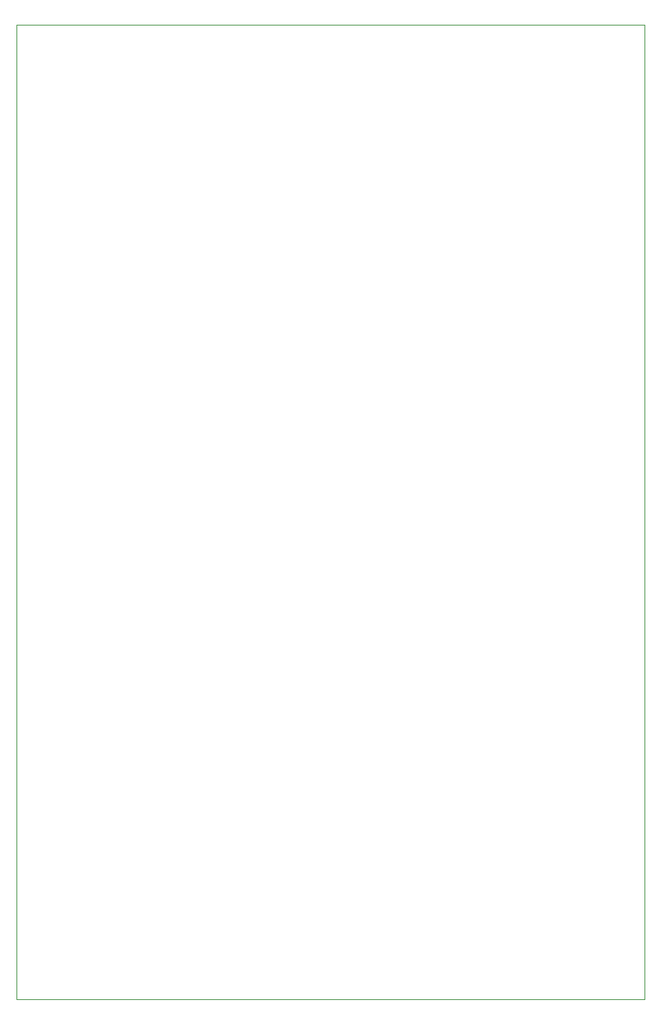
<source format=gbr>
%TF.GenerationSoftware,KiCad,Pcbnew,7.0.2*%
%TF.CreationDate,2023-05-22T18:24:12+02:00*%
%TF.ProjectId,VCO_EURORACK,56434f5f-4555-4524-9f52-41434b2e6b69,rev?*%
%TF.SameCoordinates,Original*%
%TF.FileFunction,Profile,NP*%
%FSLAX46Y46*%
G04 Gerber Fmt 4.6, Leading zero omitted, Abs format (unit mm)*
G04 Created by KiCad (PCBNEW 7.0.2) date 2023-05-22 18:24:12*
%MOMM*%
%LPD*%
G01*
G04 APERTURE LIST*
%TA.AperFunction,Profile*%
%ADD10C,0.100000*%
%TD*%
G04 APERTURE END LIST*
D10*
X107380000Y-36570000D02*
X178380000Y-36570000D01*
X178380000Y-146570000D01*
X107380000Y-146570000D01*
X107380000Y-36570000D01*
M02*

</source>
